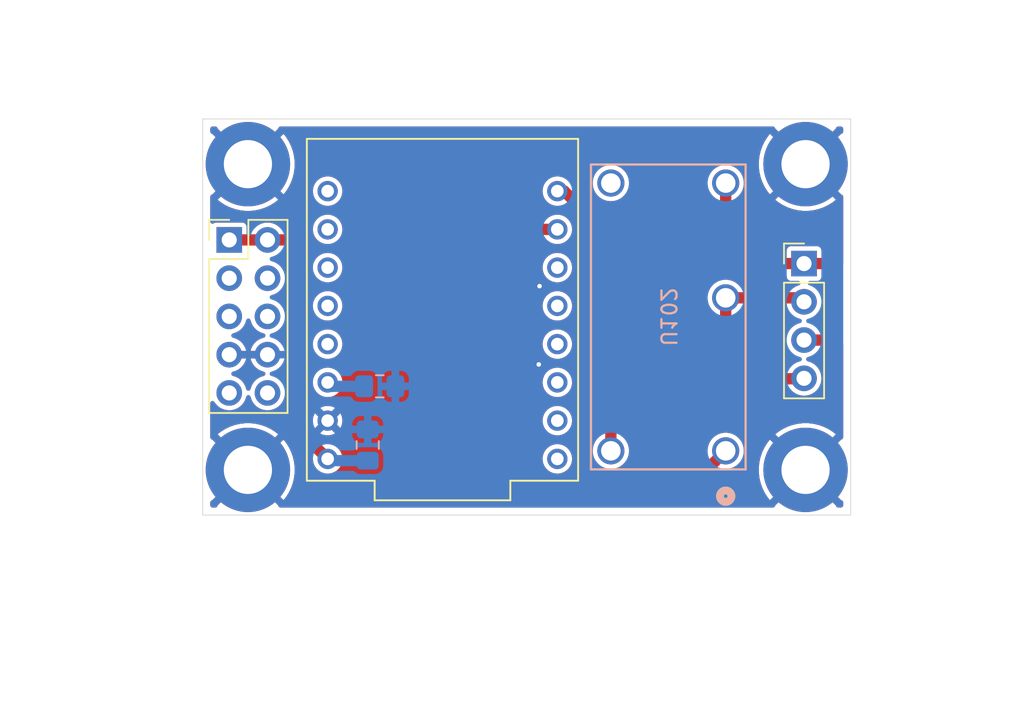
<source format=kicad_pcb>
(kicad_pcb (version 20241229) (generator "pcbnew") (generator_version "9.0")
  (layers (0 "F.Cu" signal) (2 "B.Cu" signal) (13 "F.Paste" user) (15 "B.Paste" user) (5 "F.SilkS" user "F.Silkscreen") (7 "B.SilkS" user "B.Silkscreen") (1 "F.Mask" user) (3 "B.Mask" user) (25 "Edge.Cuts" user))
  (net 0 "")
  (net 1 "+5V")
  (net 2 "GND")
  (net 3 "+3V3")
  (net 4 "/SW_0")
  (net 5 "/SW_1")
  (net 18 "Net-(U101-GPIO20)")
  (net 23 "Net-(U101-GPIO21)")
  (footprint "MountingHole:MountingHole_3.2mm_M3_DIN965_Pad" (layer "F.Cu") (at 116.85 97)
    (property "Reference" "H104" (hide yes))
    (property "Value" "MountingHole_Pad" (hide yes))
    (pad "1" thru_hole circle (at 0 0) (size 5.6 5.6) (drill 3.2) (layers "*.Cu" "*.Mask") (net 2 "GND"))
  )
  (footprint "supermini:MODULE_ESP32-C3_SUPERMINI_TH" (layer "F.Cu") (at 129.76 86.37 180)
    (property "Reference" "U101" (hide yes))
    (property "Value" "ESP32-C3_SUPERMINI_TH" (hide yes))
    (fp_line (start 9 11.35) (end 9 -11.35) (stroke (width 0.127)) (layer "F.SilkS"))
    (fp_line (start 9 11.35) (end -9 11.35) (stroke (width 0.127)) (layer "F.SilkS"))
    (fp_line (start 9 -11.35) (end 4.5 -11.349999) (stroke (width 0.127)) (layer "F.SilkS"))
    (fp_line (start 4.5 -12.65) (end 4.5 -11.349999) (stroke (width 0.127)) (layer "F.SilkS"))
    (fp_line (start 4.5 -12.65) (end -4.5 -12.65) (stroke (width 0.127)) (layer "F.SilkS"))
    (fp_line (start -4.5 -11.349999) (end -9 -11.35) (stroke (width 0.127)) (layer "F.SilkS"))
    (fp_line (start -4.5 -12.65) (end -4.5 -11.349999) (stroke (width 0.127)) (layer "F.SilkS"))
    (fp_line (start -9 11.35) (end -9 -11.35) (stroke (width 0.127)) (layer "F.SilkS"))
    (pad "0" thru_hole circle (at 7.62 7.88 180) (size 1.348 1.348) (drill 0.84) (layers "*.Cu" "*.Mask"))
    (pad "1" thru_hole circle (at 7.62 5.34 180) (size 1.348 1.348) (drill 0.84) (layers "*.Cu" "*.Mask"))
    (pad "2" thru_hole circle (at 7.62 2.8 180) (size 1.348 1.348) (drill 0.84) (layers "*.Cu" "*.Mask"))
    (pad "3" thru_hole circle (at 7.62 0.26 180) (size 1.348 1.348) (drill 0.84) (layers "*.Cu" "*.Mask"))
    (pad "3.3" thru_hole circle (at 7.62 -4.82 180) (size 1.348 1.348) (drill 0.84) (layers "*.Cu" "*.Mask") (net 3 "+3V3"))
    (pad "4" thru_hole circle (at 7.62 -2.28 180) (size 1.348 1.348) (drill 0.84) (layers "*.Cu" "*.Mask"))
    (pad "5" thru_hole circle (at -7.62 -9.9 180) (size 1.348 1.348) (drill 0.84) (layers "*.Cu" "*.Mask"))
    (pad "5V" thru_hole circle (at 7.62 -9.9 180) (size 1.348 1.348) (drill 0.84) (layers "*.Cu" "*.Mask") (net 1 "+5V"))
    (pad "6" thru_hole circle (at -7.62 -7.36 180) (size 1.348 1.348) (drill 0.84) (layers "*.Cu" "*.Mask"))
    (pad "7" thru_hole circle (at -7.62 -4.82 180) (size 1.348 1.348) (drill 0.84) (layers "*.Cu" "*.Mask"))
    (pad "8" thru_hole circle (at -7.62 -2.28 180) (size 1.348 1.348) (drill 0.84) (layers "*.Cu" "*.Mask"))
    (pad "9" thru_hole circle (at -7.62 0.26 180) (size 1.348 1.348) (drill 0.84) (layers "*.Cu" "*.Mask"))
    (pad "10" thru_hole circle (at -7.62 2.8 180) (size 1.348 1.348) (drill 0.84) (layers "*.Cu" "*.Mask"))
    (pad "20" thru_hole circle (at -7.62 5.34 180) (size 1.348 1.348) (drill 0.84) (layers "*.Cu" "*.Mask") (net 18 "Net-(U101-GPIO20)"))
    (pad "21" thru_hole circle (at -7.62 7.88 180) (size 1.348 1.348) (drill 0.84) (layers "*.Cu" "*.Mask") (net 23 "Net-(U101-GPIO21)"))
    (pad "G" thru_hole circle (at 7.62 -7.36 180) (size 1.348 1.348) (drill 0.84) (layers "*.Cu" "*.Mask") (net 2 "GND"))
  )
  (footprint "MountingHole:MountingHole_3.2mm_M3_DIN965_Pad" (layer "F.Cu") (at 153.85 76.7)
    (property "Reference" "H102" (hide yes))
    (property "Value" "MountingHole_Pad" (hide yes))
    (pad "1" thru_hole circle (at 0 0) (size 5.6 5.6) (drill 3.2) (layers "*.Cu" "*.Mask") (net 2 "GND"))
  )
  (footprint "Connector_PinHeader_2.54mm:PinHeader_1x04_P2.54mm_Vertical" (layer "F.Cu") (at 153.75 83.3)
    (property "Reference" "J103" (hide yes))
    (property "Value" "Conn_01x04_Pin" (hide yes))
    (fp_line (start -1.33 -1.33) (end 0 -1.33) (stroke (width 0.12)) (layer "F.SilkS"))
    (fp_line (start -1.33 0) (end -1.33 -1.33) (stroke (width 0.12)) (layer "F.SilkS"))
    (fp_line (start -1.33 1.27) (end -1.33 8.95) (stroke (width 0.12)) (layer "F.SilkS"))
    (fp_line (start -1.33 1.27) (end 1.33 1.27) (stroke (width 0.12)) (layer "F.SilkS"))
    (fp_line (start -1.33 8.95) (end 1.33 8.95) (stroke (width 0.12)) (layer "F.SilkS"))
    (fp_line (start 1.33 1.27) (end 1.33 8.95) (stroke (width 0.12)) (layer "F.SilkS"))
    (pad "1" thru_hole rect (at 0 0) (size 1.7 1.7) (drill 1) (layers "*.Cu" "*.Mask") (net 5 "/SW_1"))
    (pad "2" thru_hole oval (at 0 2.54) (size 1.7 1.7) (drill 1) (layers "*.Cu" "*.Mask") (net 4 "/SW_0"))
    (pad "3" thru_hole oval (at 0 5.08) (size 1.7 1.7) (drill 1) (layers "*.Cu" "*.Mask") (net 5 "/SW_1"))
    (pad "4" thru_hole oval (at 0 7.62) (size 1.7 1.7) (drill 1) (layers "*.Cu" "*.Mask") (net 4 "/SW_0"))
  )
  (footprint "MountingHole:MountingHole_3.2mm_M3_DIN965_Pad" (layer "F.Cu") (at 116.85 76.7)
    (property "Reference" "H101" (hide yes))
    (property "Value" "MountingHole_Pad" (hide yes))
    (pad "1" thru_hole circle (at 0 0) (size 5.6 5.6) (drill 3.2) (layers "*.Cu" "*.Mask") (net 2 "GND"))
  )
  (footprint "Connector_PinHeader_2.54mm:PinHeader_2x05_P2.54mm_Vertical" (layer "F.Cu") (at 115.61 81.73)
    (property "Reference" "J104" (hide yes))
    (property "Value" "USB-Power" (hide yes))
    (fp_line (start -1.33 -1.33) (end 0 -1.33) (stroke (width 0.12)) (layer "F.SilkS"))
    (fp_line (start -1.33 0) (end -1.33 -1.33) (stroke (width 0.12)) (layer "F.SilkS"))
    (fp_line (start -1.33 1.27) (end -1.33 11.49) (stroke (width 0.12)) (layer "F.SilkS"))
    (fp_line (start -1.33 1.27) (end 1.27 1.27) (stroke (width 0.12)) (layer "F.SilkS"))
    (fp_line (start -1.33 11.49) (end 3.87 11.49) (stroke (width 0.12)) (layer "F.SilkS"))
    (fp_line (start 1.27 -1.33) (end 3.87 -1.33) (stroke (width 0.12)) (layer "F.SilkS"))
    (fp_line (start 1.27 1.27) (end 1.27 -1.33) (stroke (width 0.12)) (layer "F.SilkS"))
    (fp_line (start 3.87 -1.33) (end 3.87 11.49) (stroke (width 0.12)) (layer "F.SilkS"))
    (pad "1" thru_hole rect (at 0 0) (size 1.7 1.7) (drill 1) (layers "*.Cu" "*.Mask") (net 1 "+5V"))
    (pad "2" thru_hole oval (at 2.54 0) (size 1.7 1.7) (drill 1) (layers "*.Cu" "*.Mask") (net 1 "+5V"))
    (pad "3" thru_hole oval (at 0 2.54) (size 1.7 1.7) (drill 1) (layers "*.Cu" "*.Mask"))
    (pad "4" thru_hole oval (at 2.54 2.54) (size 1.7 1.7) (drill 1) (layers "*.Cu" "*.Mask"))
    (pad "5" thru_hole oval (at 0 5.08) (size 1.7 1.7) (drill 1) (layers "*.Cu" "*.Mask"))
    (pad "6" thru_hole oval (at 2.54 5.08) (size 1.7 1.7) (drill 1) (layers "*.Cu" "*.Mask"))
    (pad "7" thru_hole oval (at 0 7.62) (size 1.7 1.7) (drill 1) (layers "*.Cu" "*.Mask") (net 2 "GND"))
    (pad "8" thru_hole oval (at 2.54 7.62) (size 1.7 1.7) (drill 1) (layers "*.Cu" "*.Mask") (net 2 "GND"))
    (pad "9" thru_hole oval (at 0 10.16) (size 1.7 1.7) (drill 1) (layers "*.Cu" "*.Mask"))
    (pad "10" thru_hole oval (at 2.54 10.16) (size 1.7 1.7) (drill 1) (layers "*.Cu" "*.Mask"))
  )
  (footprint "MountingHole:MountingHole_3.2mm_M3_DIN965_Pad" (layer "F.Cu") (at 153.85 97)
    (property "Reference" "H103" (hide yes))
    (property "Value" "MountingHole_Pad" (hide yes))
    (pad "1" thru_hole circle (at 0 0) (size 5.6 5.6) (drill 3.2) (layers "*.Cu" "*.Mask") (net 2 "GND"))
  )
  (footprint "Capacitor_SMD:C_0805_2012Metric_Pad1.18x1.45mm_HandSolder" (layer "B.Cu") (at 125.6 91.45)
    (property "Reference" "C102" (hide yes))
    (property "Value" "C_Small" (hide yes))
    (fp_line (start -0.261253 -0.735) (end 0.261253 -0.735) (stroke (width 0.12)) (layer "B.SilkS"))
    (fp_line (start -0.261253 0.735) (end 0.261253 0.735) (stroke (width 0.12)) (layer "B.SilkS"))
    (pad "1" smd roundrect (at -1.0375 0) (size 1.175 1.45) (layers "B.Cu" "B.Mask" "B.Paste") (roundrect_rratio 0.212766) (net 3 "+3V3"))
    (pad "2" smd roundrect (at 1.0375 0) (size 1.175 1.45) (layers "B.Cu" "B.Mask" "B.Paste") (roundrect_rratio 0.212766) (net 2 "GND"))
  )
  (footprint "Capacitor_SMD:C_0805_2012Metric_Pad1.18x1.45mm_HandSolder" (layer "B.Cu") (at 124.8 95.35 90)
    (property "Reference" "C101" (hide yes))
    (property "Value" "C_Small" (hide yes))
    (fp_line (start -0.261252 -0.735) (end 0.261252 -0.735) (stroke (width 0.12)) (layer "B.SilkS"))
    (fp_line (start -0.261252 0.735) (end 0.261252 0.735) (stroke (width 0.12)) (layer "B.SilkS"))
    (pad "1" smd roundrect (at -1.0375 0 90) (size 1.175 1.45) (layers "B.Cu" "B.Mask" "B.Paste") (roundrect_rratio 0.212766) (net 1 "+5V"))
    (pad "2" smd roundrect (at 1.0375 0 90) (size 1.175 1.45) (layers "B.Cu" "B.Mask" "B.Paste") (roundrect_rratio 0.212766) (net 2 "GND"))
  )
  (footprint "supermini:RELAY5_1-1415390-1_TEC" (layer "B.Cu") (at 148.552001 95.7351 90)
    (property "Reference" "U102" (at 8.89 -3.81 270) (layer "B.SilkS") (effects (justify mirror)))
    (property "Value" "1-1415390-1")
    (fp_circle (center -3.0099 0) (end -2.6289 0) (stroke (width 0.508)) (fill no) (layer "F.SilkS"))
    (fp_line (start 19.0119 -8.9408) (end 19.0119 1.3208) (stroke (width 0.1524)) (layer "B.SilkS"))
    (fp_line (start -1.2319 -8.9408) (end 19.0119 -8.9408) (stroke (width 0.1524)) (layer "B.SilkS"))
    (fp_line (start 19.0119 1.3208) (end -1.2319 1.3208) (stroke (width 0.1524)) (layer "B.SilkS"))
    (fp_line (start -1.2319 1.3208) (end -1.2319 -8.9408) (stroke (width 0.1524)) (layer "B.SilkS"))
    (fp_circle (center -3.0099 0) (end -2.6289 0) (stroke (width 0.508)) (fill no) (layer "B.SilkS"))
    (pad "1" thru_hole circle (at 0 0 90) (size 1.8034 1.8034) (drill 1.2954) (layers "*.Cu" "*.Mask") (net 18 "Net-(U101-GPIO20)"))
    (pad "2" thru_hole circle (at 0 -7.62 90) (size 1.8034 1.8034) (drill 1.2954) (layers "*.Cu" "*.Mask") (net 23 "Net-(U101-GPIO21)"))
    (pad "3" thru_hole circle (at 10.16 0 90) (size 1.8034 1.8034) (drill 1.2954) (layers "*.Cu" "*.Mask") (net 4 "/SW_0"))
    (pad "4" thru_hole circle (at 17.78 -7.62 90) (size 1.8034 1.8034) (drill 1.2954) (layers "*.Cu" "*.Mask"))
    (pad "5" thru_hole circle (at 17.780001 0 90) (size 1.8034 1.8034) (drill 1.2954) (layers "*.Cu" "*.Mask") (net 5 "/SW_1"))
  )
  (gr_rect (start 113.85 73.7) (end 156.85 100) (stroke (width 0.05)) (fill no) (layer "Edge.Cuts"))
  (segment (start 120.25 82.55) (end 120.25 94.38) (width 0.75) (layer "F.Cu") (net 1))
  (segment (start 120.25 94.38) (end 122.14 96.27) (width 0.75) (layer "F.Cu") (net 1))
  (segment (start 119.43 81.73) (end 120.25 82.55) (width 0.75) (layer "F.Cu") (net 1))
  (segment (start 115.61 81.73) (end 118.15 81.73) (width 0.75) (layer "F.Cu") (net 1))
  (segment (start 118.15 81.73) (end 119.43 81.73) (width 0.75) (layer "F.Cu") (net 1))
  (segment (start 124.8 96.3875) (end 122.2575 96.3875) (width 0.75) (layer "B.Cu") (net 1))
  (segment (start 122.2575 96.3875) (end 122.14 96.27) (width 0.75) (layer "B.Cu") (net 1))
  (via (at 136.2 84.8) (size 0.6) (drill 0.3) (layers "F.Cu" "B.Cu") (net 2))
  (via (at 136.15 90) (size 0.6) (drill 0.3) (layers "F.Cu" "B.Cu") (net 2))
  (segment (start 124.5625 91.45) (end 122.4 91.45) (width 0.75) (layer "B.Cu") (net 3))
  (segment (start 122.4 91.45) (end 122.14 91.19) (width 0.75) (layer "B.Cu") (net 3))
  (segment (start 153.4851 85.5751) (end 153.75 85.84) (width 0.75) (layer "F.Cu") (net 4))
  (segment (start 150.2 90.95) (end 153.72 90.95) (width 0.75) (layer "F.Cu") (net 4))
  (segment (start 153.72 90.95) (end 153.75 90.92) (width 0.75) (layer "F.Cu") (net 4))
  (segment (start 148.552001 85.5751) (end 153.4851 85.5751) (width 0.75) (layer "F.Cu") (net 4))
  (segment (start 148.552001 85.5751) (end 148.552001 89.302001) (width 0.75) (layer "F.Cu") (net 4))
  (segment (start 148.552001 89.302001) (end 150.2 90.95) (width 0.75) (layer "F.Cu") (net 4))
  (segment (start 155.32 88.38) (end 155.6 88.1) (width 0.75) (layer "F.Cu") (net 5))
  (segment (start 155.6 88.1) (end 155.6 83.85) (width 0.75) (layer "F.Cu") (net 5))
  (segment (start 148.552001 80.602001) (end 148.552001 77.955099) (width 0.75) (layer "F.Cu") (net 5))
  (segment (start 153.75 88.38) (end 155.32 88.38) (width 0.75) (layer "F.Cu") (net 5))
  (segment (start 155.05 83.3) (end 153.75 83.3) (width 0.75) (layer "F.Cu") (net 5))
  (segment (start 153.75 83.3) (end 151.25 83.3) (width 0.75) (layer "F.Cu") (net 5))
  (segment (start 151.25 83.3) (end 148.552001 80.602001) (width 0.75) (layer "F.Cu") (net 5))
  (segment (start 155.6 83.85) (end 155.05 83.3) (width 0.75) (layer "F.Cu") (net 5))
  (segment (start 134.95 81.75) (end 135.67 81.03) (width 0.75) (layer "F.Cu") (net 18))
  (segment (start 135.67 81.03) (end 137.38 81.03) (width 0.75) (layer "F.Cu") (net 18))
  (segment (start 148.552001 95.7351) (end 145.937101 98.35) (width 0.75) (layer "F.Cu") (net 18))
  (segment (start 135.95 98.35) (end 134.95 97.35) (width 0.75) (layer "F.Cu") (net 18))
  (segment (start 134.95 97.35) (end 134.95 81.75) (width 0.75) (layer "F.Cu") (net 18))
  (segment (start 145.937101 98.35) (end 135.95 98.35) (width 0.75) (layer "F.Cu") (net 18))
  (segment (start 140.932001 95.7351) (end 140.932001 81.582001) (width 0.75) (layer "F.Cu") (net 23))
  (segment (start 140.932001 81.582001) (end 137.84 78.49) (width 0.75) (layer "F.Cu") (net 23))
  (segment (start 137.84 78.49) (end 137.38 78.49) (width 0.75) (layer "F.Cu") (net 23))
  (zone (net 2) (net_name "GND") (layers "F.Cu" "B.Cu") (connect_pads (clearance 0.3)) (min_thickness 0.3) (fill yes (thermal_gap 0.3) (thermal_bridge_width 0.5))
    (polygon (pts (xy 104.6 66.1) (xy 166.55 65.8) (xy 168.35 113.35) (xy 100.4 109.25)))
  )
)
</source>
